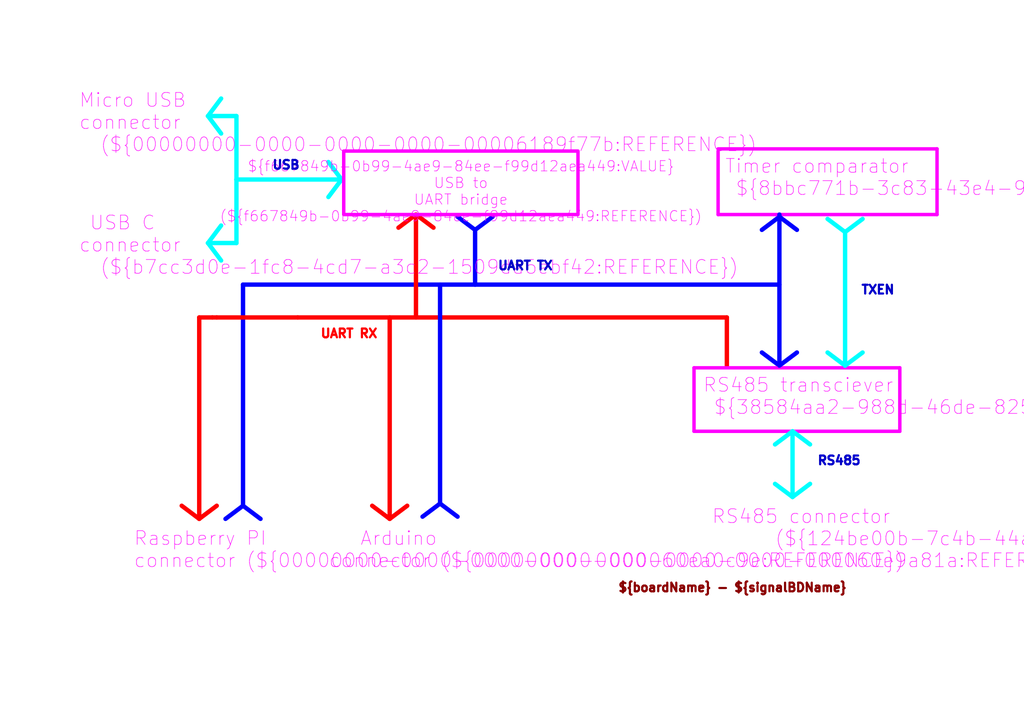
<source format=kicad_sch>
(kicad_sch
	(version 20250114)
	(generator "eeschema")
	(generator_version "9.0")
	(uuid "55f62029-af66-4168-97aa-c791fab7ce0f")
	(paper "A4")
	(title_block
		(title "${boardName} - ${signalBDName}")
		(date "2025-08-16")
		(rev "1.2")
	)
	(lib_symbols)
	(text "RS485 transciever\n ${38584aa2-988d-46de-8254-7374da227f54:VALUE} (${38584aa2-988d-46de-8254-7374da227f54:REFERENCE})"
		(exclude_from_sim no)
		(at 203.835 120.65 0)
		(effects
			(font
				(size 4 4)
				(color 255 0 255 1)
			)
			(justify left bottom)
		)
		(uuid "39516721-6a93-4bc5-98ec-a0890dd02987")
	)
	(text "${boardName} - ${signalBDName}"
		(exclude_from_sim no)
		(at 179.07 172.085 0)
		(effects
			(font
				(size 2.5 2.5)
				(thickness 0.8)
				(bold yes)
				(color 132 0 0 1)
			)
			(justify left bottom)
		)
		(uuid "397a68bc-851f-47f4-a9cd-83f44bcbc2c1")
	)
	(text "RS485 connector\n      (${124be00b-7c4b-44a1-ac37-f5e21129a574:REFERENCE})"
		(exclude_from_sim no)
		(at 206.375 158.75 0)
		(effects
			(font
				(size 4 4)
				(color 255 0 255 1)
			)
			(justify left bottom)
		)
		(uuid "59c4f36e-fc45-421a-a7bd-ec2068e88d45")
	)
	(text "Raspberry PI\nconnector (${00000000-0000-0000-0000-000060ea0c9e:REFERENCE})"
		(exclude_from_sim no)
		(at 38.735 165.1 0)
		(effects
			(font
				(size 4 4)
				(color 255 0 255 1)
			)
			(justify left bottom)
		)
		(uuid "85a1f0e9-82d1-4c0a-83a1-9ad87d9a6262")
	)
	(text "UART TX"
		(exclude_from_sim no)
		(at 144.145 78.74 0)
		(effects
			(font
				(size 2.54 2.54)
				(thickness 1.016)
				(bold yes)
			)
			(justify left bottom)
		)
		(uuid "92323ced-56fb-4eb1-886c-1bfe59251cc2")
	)
	(text " USB C\nconnector\n  (${b7cc3d0e-1fc8-4cd7-a3c2-1509da6ebf42:REFERENCE})"
		(exclude_from_sim no)
		(at 22.86 80.01 0)
		(effects
			(font
				(size 4 4)
				(color 255 0 255 1)
			)
			(justify left bottom)
		)
		(uuid "95f75311-8d46-4729-8904-d1a17912942b")
	)
	(text "UART RX"
		(exclude_from_sim no)
		(at 92.71 98.425 0)
		(effects
			(font
				(size 2.54 2.54)
				(thickness 1.016)
				(bold yes)
				(color 255 0 0 1)
			)
			(justify left bottom)
		)
		(uuid "a8f6e98f-4036-475c-a956-d00fd29cf9b8")
	)
	(text "RS485"
		(exclude_from_sim no)
		(at 236.855 135.255 0)
		(effects
			(font
				(size 2.54 2.54)
				(thickness 1.016)
				(bold yes)
			)
			(justify left bottom)
		)
		(uuid "bc2c019b-bef7-4bf2-af6f-90461be74c4b")
	)
	(text "TXEN"
		(exclude_from_sim no)
		(at 249.555 85.725 0)
		(effects
			(font
				(size 2.54 2.54)
				(thickness 1.016)
				(bold yes)
			)
			(justify left bottom)
		)
		(uuid "c20e3740-6e34-4fd9-97a7-2a7937977eba")
	)
	(text "USB"
		(exclude_from_sim no)
		(at 78.74 49.53 0)
		(effects
			(font
				(size 2.54 2.54)
				(thickness 1.016)
				(bold yes)
			)
			(justify left bottom)
		)
		(uuid "dbea5397-9e7a-49da-b088-227b8f4acf9a")
	)
	(text "Timer comparator\n ${8bbc771b-3c83-43e4-9319-f143e5621448:VALUE} (${8bbc771b-3c83-43e4-9319-f143e5621448:REFERENCE})"
		(exclude_from_sim no)
		(at 210.185 57.15 0)
		(effects
			(font
				(size 4 4)
				(color 255 0 255 1)
			)
			(justify left bottom)
		)
		(uuid "ea5610a3-f9d3-4ecc-adee-38efb0a5fc1c")
	)
	(text "   Arduino\nconnector (${00000000-0000-0000-0000-000060e9a81a:REFERENCE})"
		(exclude_from_sim no)
		(at 95.25 165.1 0)
		(effects
			(font
				(size 4 4)
				(color 255 0 255 1)
			)
			(justify left bottom)
		)
		(uuid "eb3f79e7-56c8-4cdf-b525-a948af1e2655")
	)
	(text "Micro USB\nconnector\n  (${00000000-0000-0000-0000-00006189f77b:REFERENCE})"
		(exclude_from_sim no)
		(at 22.86 44.45 0)
		(effects
			(font
				(size 4 4)
				(color 255 0 255 1)
			)
			(justify left bottom)
		)
		(uuid "ebd0fbe5-b6ec-466b-b24b-b51b80676d6c")
	)
	(text_box " ${f667849b-0b99-4ae9-84ee-f99d12aea449:VALUE} USB to\nUART bridge (${f667849b-0b99-4ae9-84ee-f99d12aea449:REFERENCE})"
		(exclude_from_sim no)
		(at 99.695 43.815 0)
		(size 67.945 18.415)
		(margins 2.75 2.75 2.75 2.75)
		(stroke
			(width 1)
			(type default)
			(color 255 0 255 1)
		)
		(fill
			(type none)
		)
		(effects
			(font
				(size 3 3)
				(color 255 0 255 1)
			)
		)
		(uuid "4dcba3a1-64f1-4553-8c0a-4196732dce03")
	)
	(polyline
		(pts
			(xy 68.58 70.485) (xy 68.58 52.07)
		)
		(stroke
			(width 1.27)
			(type solid)
			(color 0 255 255 1)
		)
		(uuid "02c9ee53-9e08-4e2a-b71d-4cdd73d8a3c3")
	)
	(polyline
		(pts
			(xy 271.78 43.18) (xy 208.28 43.18)
		)
		(stroke
			(width 1)
			(type solid)
			(color 255 0 255 1)
		)
		(uuid "03104d51-87fd-4c57-a3bd-604a2313a4b0")
	)
	(polyline
		(pts
			(xy 229.87 125.095) (xy 229.87 144.145)
		)
		(stroke
			(width 1.27)
			(type solid)
			(color 0 255 255 1)
		)
		(uuid "035baed1-eeb9-4c85-a2bd-0bd28c2dcd43")
	)
	(polyline
		(pts
			(xy 70.485 82.55) (xy 226.06 82.55)
		)
		(stroke
			(width 1.27)
			(type solid)
			(color 0 0 255 1)
		)
		(uuid "05399450-05fc-4d49-85af-95779b51dc1c")
	)
	(polyline
		(pts
			(xy 70.485 146.685) (xy 75.565 150.495)
		)
		(stroke
			(width 1.27)
			(type solid)
			(color 0 0 255 1)
		)
		(uuid "0d2991da-2daf-40a7-8d51-8965b87e7ac5")
	)
	(polyline
		(pts
			(xy 250.19 63.5) (xy 245.11 67.31)
		)
		(stroke
			(width 1.27)
			(type solid)
			(color 0 255 255 1)
		)
		(uuid "1153ef80-4f6e-4ace-adcb-ae9f8f1e5fd9")
	)
	(polyline
		(pts
			(xy 226.06 62.23) (xy 226.06 82.55)
		)
		(stroke
			(width 1.27)
			(type solid)
			(color 0 0 255 1)
		)
		(uuid "14632b70-be48-44ed-a1bb-21e3ada2e7ad")
	)
	(polyline
		(pts
			(xy 271.78 62.23) (xy 208.28 62.23)
		)
		(stroke
			(width 1)
			(type solid)
			(color 255 0 255 1)
		)
		(uuid "1633c4a9-0ea0-4004-9b77-f15f8a0b57ee")
	)
	(polyline
		(pts
			(xy 127.635 146.05) (xy 132.715 149.86)
		)
		(stroke
			(width 1.27)
			(type solid)
			(color 0 0 255 1)
		)
		(uuid "17d46de4-83d0-4cec-a137-faba3e51d4dd")
	)
	(polyline
		(pts
			(xy 234.95 140.335) (xy 229.87 144.145)
		)
		(stroke
			(width 1.27)
			(type solid)
			(color 0 255 255 1)
		)
		(uuid "1dc51541-0f64-44d7-ad0a-80993f3fd089")
	)
	(polyline
		(pts
			(xy 229.87 144.145) (xy 224.79 140.335)
		)
		(stroke
			(width 1.27)
			(type solid)
			(color 0 255 255 1)
		)
		(uuid "24bf17be-eefa-49e5-b31d-95741ce62f7d")
	)
	(polyline
		(pts
			(xy 68.58 33.655) (xy 68.58 52.07)
		)
		(stroke
			(width 1.27)
			(type solid)
			(color 0 255 255 1)
		)
		(uuid "27b79515-2842-4ec7-85e9-f09bbc210703")
	)
	(polyline
		(pts
			(xy 231.14 102.235) (xy 226.06 106.045)
		)
		(stroke
			(width 1.27)
			(type solid)
			(color 0 0 255 1)
		)
		(uuid "2e96d0a7-f3d9-4e52-8108-a4125f6f0bbb")
	)
	(polyline
		(pts
			(xy 68.58 52.07) (xy 99.06 52.07)
		)
		(stroke
			(width 1.27)
			(type solid)
			(color 0 255 255 1)
		)
		(uuid "346c01e0-d9a1-4897-b1d2-11eed5a2ccaa")
	)
	(polyline
		(pts
			(xy 57.785 150.495) (xy 52.705 146.685)
		)
		(stroke
			(width 1.27)
			(type solid)
			(color 255 0 0 1)
		)
		(uuid "3c295221-23d5-4e04-881c-9b0cf13a3803")
	)
	(polyline
		(pts
			(xy 260.985 106.68) (xy 201.295 106.68)
		)
		(stroke
			(width 1)
			(type solid)
			(color 255 0 255 1)
		)
		(uuid "42978039-c14e-470f-b5e8-f74ac2617608")
	)
	(polyline
		(pts
			(xy 142.875 62.865) (xy 137.795 66.675)
		)
		(stroke
			(width 1.27)
			(type solid)
			(color 0 0 255 1)
		)
		(uuid "4b6aa619-eca3-42b2-9ce6-e7f3c510a778")
	)
	(polyline
		(pts
			(xy 57.785 92.075) (xy 61.595 92.075)
		)
		(stroke
			(width 1.27)
			(type solid)
			(color 255 0 0 1)
		)
		(uuid "4fffe33d-a524-4aa4-b4d7-da2721325e0d")
	)
	(polyline
		(pts
			(xy 86.36 92.075) (xy 210.82 92.075)
		)
		(stroke
			(width 1.27)
			(type solid)
			(color 255 0 0 1)
		)
		(uuid "5113b489-7c03-411a-8345-e532a970a420")
	)
	(polyline
		(pts
			(xy 224.79 128.905) (xy 229.87 125.095)
		)
		(stroke
			(width 1.27)
			(type solid)
			(color 0 255 255 1)
		)
		(uuid "53b8526c-ab94-4a38-9712-551b4d412988")
	)
	(polyline
		(pts
			(xy 245.11 67.31) (xy 240.03 63.5)
		)
		(stroke
			(width 1.27)
			(type solid)
			(color 0 255 255 1)
		)
		(uuid "5522f374-c313-4577-a79c-003d8ba2fd88")
	)
	(polyline
		(pts
			(xy 61.595 92.075) (xy 62.865 92.075)
		)
		(stroke
			(width 1.27)
			(type solid)
			(color 255 0 0 1)
		)
		(uuid "577bc53e-674c-4a8f-8202-7c5a09ba127a")
	)
	(polyline
		(pts
			(xy 201.295 106.68) (xy 201.295 125.095)
		)
		(stroke
			(width 1)
			(type solid)
			(color 255 0 255 1)
		)
		(uuid "60f348c1-beb4-4590-8998-b7692aaf000c")
	)
	(polyline
		(pts
			(xy 60.325 33.655) (xy 64.135 28.575)
		)
		(stroke
			(width 1.27)
			(type solid)
			(color 0 255 255 1)
		)
		(uuid "6208c6a7-687a-4cec-aa6c-a319c0a290d2")
	)
	(polyline
		(pts
			(xy 95.25 46.99) (xy 99.06 52.07)
		)
		(stroke
			(width 1.27)
			(type solid)
			(color 0 255 255 1)
		)
		(uuid "6a2586a0-a050-46e2-a5ae-0b5468ff2141")
	)
	(polyline
		(pts
			(xy 229.87 125.095) (xy 234.95 128.905)
		)
		(stroke
			(width 1.27)
			(type solid)
			(color 0 255 255 1)
		)
		(uuid "6c84db0a-794c-4d07-be57-b05dff6fb63b")
	)
	(polyline
		(pts
			(xy 120.65 62.865) (xy 120.65 92.075)
		)
		(stroke
			(width 1.27)
			(type solid)
			(color 255 0 0 1)
		)
		(uuid "6cd1cfd0-7f6a-48b9-927a-f420b764a803")
	)
	(polyline
		(pts
			(xy 208.28 43.815) (xy 208.28 62.23)
		)
		(stroke
			(width 1)
			(type solid)
			(color 255 0 255 1)
		)
		(uuid "740f0bf3-4faa-4616-b21e-29de6ecf505b")
	)
	(polyline
		(pts
			(xy 62.865 146.685) (xy 57.785 150.495)
		)
		(stroke
			(width 1.27)
			(type solid)
			(color 255 0 0 1)
		)
		(uuid "7456adae-9532-4dda-bafc-52746d73c258")
	)
	(polyline
		(pts
			(xy 271.78 43.18) (xy 271.78 62.23)
		)
		(stroke
			(width 1)
			(type solid)
			(color 255 0 255 1)
		)
		(uuid "7808a7d4-140d-44f5-829b-63bd002f7d8a")
	)
	(polyline
		(pts
			(xy 250.19 102.235) (xy 245.11 106.045)
		)
		(stroke
			(width 1.27)
			(type solid)
			(color 0 255 255 1)
		)
		(uuid "78142bc4-2609-4c8a-af6b-96fc4edba42c")
	)
	(polyline
		(pts
			(xy 137.795 66.675) (xy 132.715 62.865)
		)
		(stroke
			(width 1.27)
			(type solid)
			(color 0 0 255 1)
		)
		(uuid "7ce4a9fa-1e35-4522-8229-ee2bb64ea65d")
	)
	(polyline
		(pts
			(xy 245.11 67.31) (xy 245.11 106.045)
		)
		(stroke
			(width 1.27)
			(type solid)
			(color 0 255 255 1)
		)
		(uuid "7e2de997-057f-4789-a875-44cee6042689")
	)
	(polyline
		(pts
			(xy 226.06 62.865) (xy 231.14 66.675)
		)
		(stroke
			(width 1.27)
			(type solid)
			(color 0 0 255 1)
		)
		(uuid "9b451292-9481-4073-b0e8-c52cd4b45d88")
	)
	(polyline
		(pts
			(xy 68.58 70.485) (xy 60.325 70.485)
		)
		(stroke
			(width 1.27)
			(type solid)
			(color 0 255 255 1)
		)
		(uuid "9f51adc3-59b2-4bec-989e-2210cde40d14")
	)
	(polyline
		(pts
			(xy 64.135 38.735) (xy 60.325 33.655)
		)
		(stroke
			(width 1.27)
			(type solid)
			(color 0 255 255 1)
		)
		(uuid "a936309d-dcbc-47c4-8bc4-3068cfc49863")
	)
	(polyline
		(pts
			(xy 260.985 125.095) (xy 201.295 125.095)
		)
		(stroke
			(width 1)
			(type solid)
			(color 255 0 255 1)
		)
		(uuid "ada3da3f-568c-450f-89ab-cde034f7d748")
	)
	(polyline
		(pts
			(xy 260.985 106.68) (xy 260.985 125.095)
		)
		(stroke
			(width 1)
			(type solid)
			(color 255 0 255 1)
		)
		(uuid "afb444a9-94e6-4cf1-aaa8-17d91534bbe2")
	)
	(polyline
		(pts
			(xy 245.11 106.045) (xy 240.03 102.235)
		)
		(stroke
			(width 1.27)
			(type solid)
			(color 0 255 255 1)
		)
		(uuid "b4227c9d-93ef-40d7-b66a-d3ce969c4c08")
	)
	(polyline
		(pts
			(xy 60.325 33.655) (xy 68.58 33.655)
		)
		(stroke
			(width 1.27)
			(type solid)
			(color 0 255 255 1)
		)
		(uuid "b8493790-7949-484c-acde-f552fb0859b1")
	)
	(polyline
		(pts
			(xy 226.06 82.55) (xy 226.06 106.045)
		)
		(stroke
			(width 1.27)
			(type solid)
			(color 0 0 255 1)
		)
		(uuid "ba9a34f4-4329-4606-b676-540a0f5a47e1")
	)
	(polyline
		(pts
			(xy 70.485 82.55) (xy 70.485 146.685)
		)
		(stroke
			(width 1.27)
			(type solid)
			(color 0 0 255 1)
		)
		(uuid "c192f21d-bd0a-4358-a27b-636e233ee739")
	)
	(polyline
		(pts
			(xy 113.03 92.075) (xy 113.03 150.495)
		)
		(stroke
			(width 1.27)
			(type solid)
			(color 255 0 0 1)
		)
		(uuid "ca1cf1ba-aa9e-4a57-b288-fe966a7f84ac")
	)
	(polyline
		(pts
			(xy 113.03 150.495) (xy 107.95 146.685)
		)
		(stroke
			(width 1.27)
			(type solid)
			(color 255 0 0 1)
		)
		(uuid "cc58efed-88a2-4b28-89ba-4d46bef29ed7")
	)
	(polyline
		(pts
			(xy 57.785 92.075) (xy 57.785 150.495)
		)
		(stroke
			(width 1.27)
			(type solid)
			(color 255 0 0 1)
		)
		(uuid "d0ee705a-c9c5-4962-90b7-fee8e9634547")
	)
	(polyline
		(pts
			(xy 210.82 106.045) (xy 210.82 92.075)
		)
		(stroke
			(width 1.27)
			(type solid)
			(color 255 0 0 1)
		)
		(uuid "d2bc04b2-4464-4ea4-845b-63d69e8921c4")
	)
	(polyline
		(pts
			(xy 122.555 149.86) (xy 127.635 146.05)
		)
		(stroke
			(width 1.27)
			(type solid)
			(color 0 0 255 1)
		)
		(uuid "de6e4dbe-3424-4c90-ba04-93bdf1bdafb0")
	)
	(polyline
		(pts
			(xy 86.36 92.075) (xy 62.865 92.075)
		)
		(stroke
			(width 1.27)
			(type solid)
			(color 255 0 0 1)
		)
		(uuid "dff72a93-efb6-4c4d-a8da-3b5e54f95cf2")
	)
	(polyline
		(pts
			(xy 115.57 66.04) (xy 120.65 62.23)
		)
		(stroke
			(width 1.27)
			(type solid)
			(color 255 0 0 1)
		)
		(uuid "e20662f8-a926-4937-8a58-d81c065543a9")
	)
	(polyline
		(pts
			(xy 137.795 66.675) (xy 137.795 82.55)
		)
		(stroke
			(width 1.27)
			(type solid)
			(color 0 0 255 1)
		)
		(uuid "e88f0565-5a02-42db-8bd1-f93c308558e4")
	)
	(polyline
		(pts
			(xy 64.135 75.565) (xy 60.325 70.485)
		)
		(stroke
			(width 1.27)
			(type solid)
			(color 0 255 255 1)
		)
		(uuid "ec85000c-b5ce-4f4b-aee3-6e08fa4acadf")
	)
	(polyline
		(pts
			(xy 60.325 70.485) (xy 64.135 65.405)
		)
		(stroke
			(width 1.27)
			(type solid)
			(color 0 255 255 1)
		)
		(uuid "ef2ac10c-b067-4c26-a9e8-d66c0a97b782")
	)
	(polyline
		(pts
			(xy 226.06 106.045) (xy 220.98 102.235)
		)
		(stroke
			(width 1.27)
			(type solid)
			(color 0 0 255 1)
		)
		(uuid "f0d13374-bdc8-414e-9077-3d0f69b3e3f8")
	)
	(polyline
		(pts
			(xy 118.11 146.685) (xy 113.03 150.495)
		)
		(stroke
			(width 1.27)
			(type solid)
			(color 255 0 0 1)
		)
		(uuid "f452bae7-a250-4672-a7cc-41df39931213")
	)
	(polyline
		(pts
			(xy 99.06 52.07) (xy 95.25 57.15)
		)
		(stroke
			(width 1.27)
			(type solid)
			(color 0 255 255 1)
		)
		(uuid "f783150a-c40e-4e4b-aa9a-f470ef4fe043")
	)
	(polyline
		(pts
			(xy 220.98 66.675) (xy 226.06 62.865)
		)
		(stroke
			(width 1.27)
			(type solid)
			(color 0 0 255 1)
		)
		(uuid "f8adad2b-6779-4234-8832-2f028882f516")
	)
	(polyline
		(pts
			(xy 127.635 82.55) (xy 127.635 146.05)
		)
		(stroke
			(width 1.27)
			(type solid)
			(color 0 0 255 1)
		)
		(uuid "f911ec24-0459-4f76-acf6-9d744ace6e2a")
	)
	(polyline
		(pts
			(xy 65.405 150.495) (xy 70.485 146.685)
		)
		(stroke
			(width 1.27)
			(type solid)
			(color 0 0 255 1)
		)
		(uuid "fa923a14-d529-4ec9-b76d-cffe386521f2")
	)
	(polyline
		(pts
			(xy 120.65 62.23) (xy 125.73 66.04)
		)
		(stroke
			(width 1.27)
			(type solid)
			(color 255 0 0 1)
		)
		(uuid "fc889777-8da3-4c04-8d39-4ca2a888d55b")
	)
)

</source>
